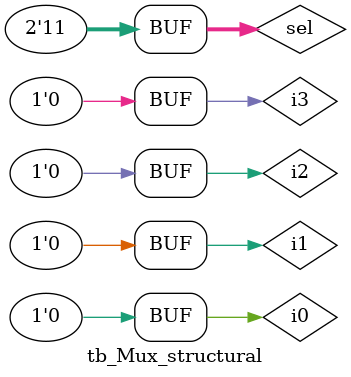
<source format=v>
`timescale 1ns / 1ps

module tb_Mux_structural;
    
    // Inputs to be defined as registers
    reg [1:0] sel;
    reg i0;
    reg i1;
    reg i2;
    reg i3;
    
    // Outputs to be defined as wires
    wire d;
    
    //Instantiate the Unit Under Test (UUT)
    Mux_structural uut (
        .sel(sel),
        .i0(i0),
        .i1(i1),
        .i2(i2),
        .i3(i3),
        .d(d)
    );
    
    initial begin
        //Initialize inputs
        i0 = 0;
        i1 = 0;
        i2 = 0;
        i3 = 0;
        sel = 2'b0;
        
        // Wait 50 ns for global reset to finish
        #100;
        
        //Stimulus - All input combinations by some wait time to observe the o/p
        sel = 0;
        #50;
        i0 = 1;
        #50;
        i0 = 0;
        
        sel = 1;
        #50;
        i1 = 1;
        #50;
        i1 = 0;
        
        sel = 2;
        #50;
        i2 = 1;
        #50;
        i2 = 0;
        
        sel = 3;
        #50;
        i3 = 1;
        #50;
        i3 = 0;
        
        end
    
endmodule

</source>
